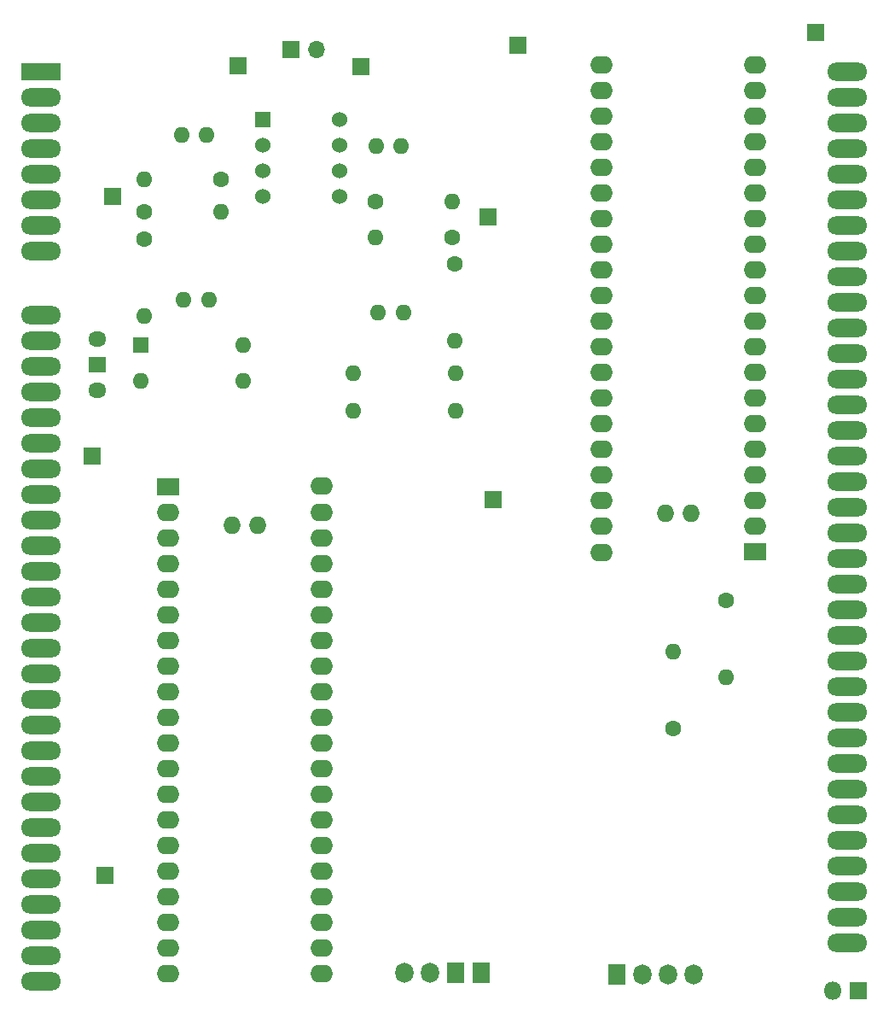
<source format=gbr>
%TF.GenerationSoftware,KiCad,Pcbnew,7.0.5-7.0.5~ubuntu20.04.1*%
%TF.CreationDate,2023-08-07T15:30:38-03:00*%
%TF.ProjectId,condicionamento_BIA_v02,636f6e64-6963-4696-9f6e-616d656e746f,v01*%
%TF.SameCoordinates,Original*%
%TF.FileFunction,Soldermask,Top*%
%TF.FilePolarity,Negative*%
%FSLAX46Y46*%
G04 Gerber Fmt 4.6, Leading zero omitted, Abs format (unit mm)*
G04 Created by KiCad (PCBNEW 7.0.5-7.0.5~ubuntu20.04.1) date 2023-08-07 15:30:38*
%MOMM*%
%LPD*%
G01*
G04 APERTURE LIST*
%ADD10R,1.800000X2.000000*%
%ADD11O,1.800000X2.000000*%
%ADD12R,1.700000X1.700000*%
%ADD13O,1.600000X1.600000*%
%ADD14C,1.600000*%
%ADD15O,4.000000X1.800000*%
%ADD16R,2.250000X1.727200*%
%ADD17O,2.250000X1.727200*%
%ADD18O,1.727200X1.727200*%
%ADD19R,1.800000X1.800000*%
%ADD20O,1.800000X1.800000*%
%ADD21R,1.600000X1.600000*%
%ADD22O,1.700000X1.700000*%
%ADD23R,4.000000X1.800000*%
%ADD24R,1.524000X1.524000*%
%ADD25C,1.524000*%
%ADD26O,1.800000X1.500000*%
%ADD27R,1.800000X1.500000*%
G04 APERTURE END LIST*
D10*
%TO.C,OLED*%
X163780000Y-146600000D03*
D11*
X166320000Y-146600000D03*
X168860000Y-146600000D03*
X171400000Y-146600000D03*
%TD*%
D10*
%TO.C,J5*%
X150320000Y-146400000D03*
X147780000Y-146400000D03*
D11*
X145240000Y-146400000D03*
X142700000Y-146400000D03*
%TD*%
D12*
%TO.C,J12*%
X111750000Y-95250000D03*
%TD*%
D13*
%TO.C,C1*%
X120600000Y-63400000D03*
X123100000Y-63400000D03*
%TD*%
%TO.C,D3*%
X137590000Y-90750000D03*
X147750000Y-90750000D03*
%TD*%
D12*
%TO.C,J15*%
X113000000Y-136750000D03*
%TD*%
%TO.C,J13*%
X151500000Y-99500000D03*
%TD*%
D14*
%TO.C,R4*%
X139860000Y-70000000D03*
D13*
X147480000Y-70000000D03*
%TD*%
D15*
%TO.C,J4*%
X186690000Y-57150000D03*
X186690000Y-59690000D03*
X186690000Y-62230000D03*
X186690000Y-64770000D03*
X186690000Y-67310000D03*
X186690000Y-69850000D03*
X186690000Y-72390000D03*
X186690000Y-74930000D03*
X186690000Y-77470000D03*
X186690000Y-80010000D03*
X186690000Y-82550000D03*
X186690000Y-85090000D03*
X186690000Y-87630000D03*
X186690000Y-90170000D03*
X186690000Y-92710000D03*
X186690000Y-95250000D03*
X186690000Y-97790000D03*
X186690000Y-100330000D03*
X186690000Y-102870000D03*
X186690000Y-105410000D03*
X186690000Y-107950000D03*
X186690000Y-110490000D03*
X186690000Y-113030000D03*
X186690000Y-115570000D03*
X186690000Y-118110000D03*
X186690000Y-120650000D03*
X186690000Y-123190000D03*
X186690000Y-125730000D03*
X186690000Y-128270000D03*
X186690000Y-130810000D03*
X186690000Y-133350000D03*
X186690000Y-135890000D03*
X186690000Y-138430000D03*
X186690000Y-140970000D03*
X186690000Y-143510000D03*
%TD*%
D16*
%TO.C,U2*%
X177490000Y-104700000D03*
D17*
X177490000Y-102160000D03*
X177490000Y-99620000D03*
X177490000Y-97080000D03*
X177490000Y-94540000D03*
X177490000Y-92000000D03*
X177490000Y-89460000D03*
X177490000Y-86920000D03*
X177490000Y-84380000D03*
X177490000Y-81840000D03*
X177490000Y-79300000D03*
X177490000Y-76760000D03*
X177490000Y-74220000D03*
X177490000Y-71680000D03*
X177490000Y-69140000D03*
X177490000Y-66600000D03*
X177490000Y-64060000D03*
X177490000Y-61520000D03*
X177490000Y-58980000D03*
X177490000Y-56440000D03*
X162250000Y-56440000D03*
X162250000Y-58980000D03*
X162250000Y-61520000D03*
X162250000Y-64060000D03*
X162250000Y-66600000D03*
X162250000Y-69140000D03*
X162250000Y-71680000D03*
X162250000Y-74220000D03*
X162250000Y-76760000D03*
X162250000Y-79300000D03*
X162250000Y-81840000D03*
X162250000Y-84380000D03*
X162250000Y-86920000D03*
X162250000Y-89460000D03*
X162250000Y-92000000D03*
X162250000Y-94540000D03*
X162250000Y-97080000D03*
X162250000Y-99620000D03*
X162250000Y-102160000D03*
X162250000Y-104750800D03*
D18*
X168590000Y-100890000D03*
X171130000Y-100890000D03*
%TD*%
D12*
%TO.C,J17*%
X183500000Y-53250000D03*
%TD*%
%TO.C,J11*%
X151000000Y-71500000D03*
%TD*%
D14*
%TO.C,R2*%
X116920000Y-71000000D03*
D13*
X124540000Y-71000000D03*
%TD*%
D12*
%TO.C,J8*%
X113750000Y-69500000D03*
%TD*%
D13*
%TO.C,D4*%
X147750000Y-87000000D03*
X137590000Y-87000000D03*
%TD*%
%TO.C,C4*%
X142625112Y-81000000D03*
X140125112Y-81000000D03*
%TD*%
D19*
%TO.C,J6*%
X187740000Y-148200000D03*
D20*
X185200000Y-148200000D03*
%TD*%
D21*
%TO.C,D2*%
X116590000Y-84250000D03*
D13*
X126750000Y-84250000D03*
%TD*%
%TO.C,C3*%
X142375113Y-64500000D03*
X139875113Y-64500000D03*
%TD*%
D12*
%TO.C,J7*%
X131460000Y-54875000D03*
D22*
X134000000Y-54875000D03*
%TD*%
D23*
%TO.C,J2*%
X106680000Y-57150000D03*
D15*
X106680000Y-59690000D03*
X106680000Y-62230000D03*
X106680000Y-64770000D03*
X106680000Y-67310000D03*
X106680000Y-69850000D03*
X106680000Y-72390000D03*
X106680000Y-74930000D03*
%TD*%
%TO.C,J3*%
X106680000Y-81280000D03*
X106680000Y-83820000D03*
X106680000Y-86360000D03*
X106680000Y-88900000D03*
X106680000Y-91440000D03*
X106680000Y-93980000D03*
X106680000Y-96520000D03*
X106680000Y-99060000D03*
X106680000Y-101600000D03*
X106680000Y-104140000D03*
X106680000Y-106680000D03*
X106680000Y-109220000D03*
X106680000Y-111760000D03*
X106680000Y-114300000D03*
X106680000Y-116840000D03*
X106680000Y-119380000D03*
X106680000Y-121920000D03*
X106680000Y-124460000D03*
X106680000Y-127000000D03*
X106680000Y-129540000D03*
X106680000Y-132080000D03*
X106680000Y-134620000D03*
X106680000Y-137160000D03*
X106680000Y-139700000D03*
X106680000Y-142240000D03*
X106680000Y-144780000D03*
X106680000Y-147320000D03*
%TD*%
D12*
%TO.C,J10*%
X138400000Y-56600000D03*
%TD*%
D14*
%TO.C,R3*%
X116920000Y-73690000D03*
D13*
X116920000Y-81310000D03*
%TD*%
D24*
%TO.C,U1*%
X128670000Y-61880000D03*
D25*
X128670000Y-64420000D03*
X128670000Y-66960000D03*
X128670000Y-69500000D03*
X136290000Y-69500000D03*
X136290000Y-66960000D03*
X136290000Y-64420000D03*
X136290000Y-61880000D03*
%TD*%
D12*
%TO.C,J9*%
X126170000Y-56500000D03*
%TD*%
D13*
%TO.C,D1*%
X126750000Y-87750000D03*
X116590000Y-87750000D03*
%TD*%
D14*
%TO.C,R8*%
X169400000Y-122210000D03*
D13*
X169400000Y-114590000D03*
%TD*%
D14*
%TO.C,R6*%
X147670000Y-76190000D03*
D13*
X147670000Y-83810000D03*
%TD*%
D26*
%TO.C,3.3V | 5.0V*%
X112250000Y-88680000D03*
D27*
X112250000Y-86140000D03*
D26*
X112250000Y-83600000D03*
%TD*%
D14*
%TO.C,R1*%
X124480000Y-67750000D03*
D13*
X116860000Y-67750000D03*
%TD*%
D14*
%TO.C,R7*%
X174600000Y-109500000D03*
D13*
X174600000Y-117120000D03*
%TD*%
D14*
%TO.C,R5*%
X147480000Y-73500000D03*
D13*
X139860000Y-73500000D03*
%TD*%
D12*
%TO.C,J16*%
X154000000Y-54500000D03*
%TD*%
D16*
%TO.C,U3*%
X119260000Y-98230000D03*
D17*
X119260000Y-100770000D03*
X119260000Y-103310000D03*
X119260000Y-105850000D03*
X119260000Y-108390000D03*
X119260000Y-110930000D03*
X119260000Y-113470000D03*
X119260000Y-116010000D03*
X119260000Y-118550000D03*
X119260000Y-121090000D03*
X119260000Y-123630000D03*
X119260000Y-126170000D03*
X119260000Y-128710000D03*
X119260000Y-131250000D03*
X119260000Y-133790000D03*
X119260000Y-136330000D03*
X119260000Y-138870000D03*
X119260000Y-141410000D03*
X119260000Y-143950000D03*
X119260000Y-146490000D03*
X134500000Y-146490000D03*
X134500000Y-143950000D03*
X134500000Y-141410000D03*
X134500000Y-138870000D03*
X134500000Y-136330000D03*
X134500000Y-133790000D03*
X134500000Y-131250000D03*
X134500000Y-128710000D03*
X134500000Y-126170000D03*
X134500000Y-123630000D03*
X134500000Y-121090000D03*
X134500000Y-118550000D03*
X134500000Y-116010000D03*
X134500000Y-113470000D03*
X134500000Y-110930000D03*
X134500000Y-108390000D03*
X134500000Y-105850000D03*
X134500000Y-103310000D03*
X134500000Y-100770000D03*
X134500000Y-98179200D03*
D18*
X128160000Y-102040000D03*
X125620000Y-102040000D03*
%TD*%
D13*
%TO.C,C2*%
X120800000Y-79700000D03*
X123300000Y-79700000D03*
%TD*%
M02*

</source>
